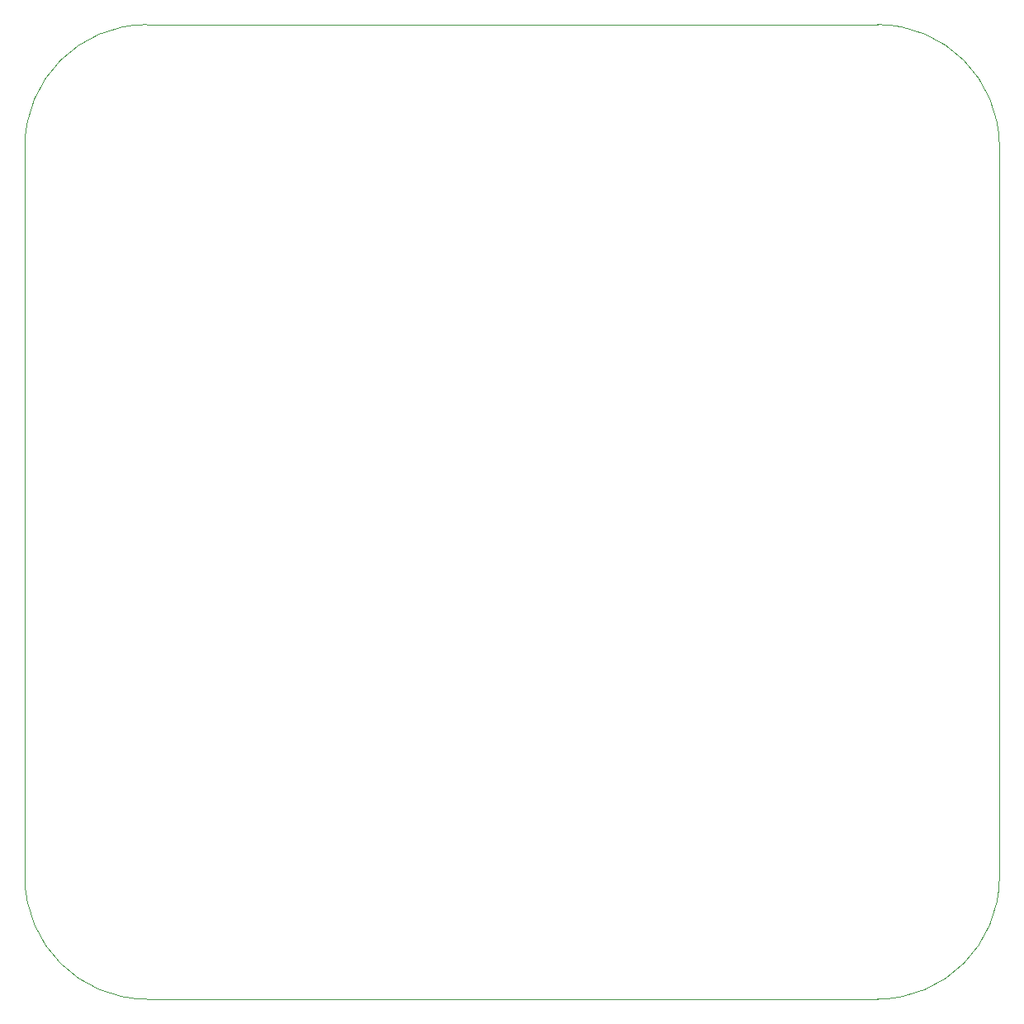
<source format=gbr>
%TF.GenerationSoftware,KiCad,Pcbnew,7.0.6*%
%TF.CreationDate,2023-07-25T16:44:31+08:00*%
%TF.ProjectId,LM350A_Liner_Power_KiCad,4c4d3335-3041-45f4-9c69-6e65725f506f,rev?*%
%TF.SameCoordinates,Original*%
%TF.FileFunction,Profile,NP*%
%FSLAX46Y46*%
G04 Gerber Fmt 4.6, Leading zero omitted, Abs format (unit mm)*
G04 Created by KiCad (PCBNEW 7.0.6) date 2023-07-25 16:44:31*
%MOMM*%
%LPD*%
G01*
G04 APERTURE LIST*
%TA.AperFunction,Profile*%
%ADD10C,0.100000*%
%TD*%
G04 APERTURE END LIST*
D10*
X189900000Y-151600000D02*
G75*
G03*
X202400000Y-139100000I0J12500000D01*
G01*
X202400000Y-139100000D02*
X202400000Y-64100000D01*
X114900000Y-51600000D02*
G75*
G03*
X102400000Y-64100000I0J-12500000D01*
G01*
X189900000Y-51600000D02*
X114900000Y-51600000D01*
X102400000Y-64100000D02*
X102400000Y-139100000D01*
X102400000Y-139100000D02*
G75*
G03*
X114900000Y-151600000I12500000J0D01*
G01*
X114900000Y-151600000D02*
X189900000Y-151600000D01*
X202400000Y-64100000D02*
G75*
G03*
X189900000Y-51600000I-12500000J0D01*
G01*
M02*

</source>
